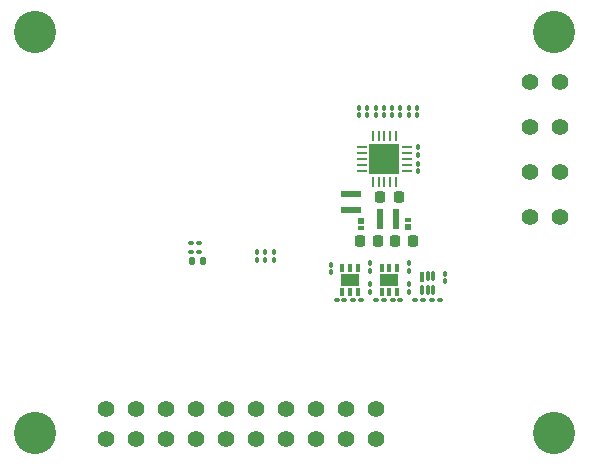
<source format=gbr>
%TF.GenerationSoftware,KiCad,Pcbnew,8.0.5*%
%TF.CreationDate,2025-10-24T05:58:17-05:00*%
%TF.ProjectId,iris-128s-adapter,69726973-2d31-4323-9873-2d6164617074,1.0.0*%
%TF.SameCoordinates,Original*%
%TF.FileFunction,Soldermask,Bot*%
%TF.FilePolarity,Negative*%
%FSLAX46Y46*%
G04 Gerber Fmt 4.6, Leading zero omitted, Abs format (unit mm)*
G04 Created by KiCad (PCBNEW 8.0.5) date 2025-10-24 05:58:17*
%MOMM*%
%LPD*%
G01*
G04 APERTURE LIST*
G04 Aperture macros list*
%AMRoundRect*
0 Rectangle with rounded corners*
0 $1 Rounding radius*
0 $2 $3 $4 $5 $6 $7 $8 $9 X,Y pos of 4 corners*
0 Add a 4 corners polygon primitive as box body*
4,1,4,$2,$3,$4,$5,$6,$7,$8,$9,$2,$3,0*
0 Add four circle primitives for the rounded corners*
1,1,$1+$1,$2,$3*
1,1,$1+$1,$4,$5*
1,1,$1+$1,$6,$7*
1,1,$1+$1,$8,$9*
0 Add four rect primitives between the rounded corners*
20,1,$1+$1,$2,$3,$4,$5,0*
20,1,$1+$1,$4,$5,$6,$7,0*
20,1,$1+$1,$6,$7,$8,$9,0*
20,1,$1+$1,$8,$9,$2,$3,0*%
G04 Aperture macros list end*
%ADD10C,3.581400*%
%ADD11C,1.422400*%
%ADD12RoundRect,0.100000X0.100000X-0.130000X0.100000X0.130000X-0.100000X0.130000X-0.100000X-0.130000X0*%
%ADD13RoundRect,0.100000X-0.130000X-0.100000X0.130000X-0.100000X0.130000X0.100000X-0.130000X0.100000X0*%
%ADD14R,0.600000X1.800000*%
%ADD15RoundRect,0.100000X-0.100000X0.130000X-0.100000X-0.130000X0.100000X-0.130000X0.100000X0.130000X0*%
%ADD16RoundRect,0.087500X-0.087500X-0.362500X0.087500X-0.362500X0.087500X0.362500X-0.087500X0.362500X0*%
%ADD17RoundRect,0.087500X-0.087500X-0.312500X0.087500X-0.312500X0.087500X0.312500X-0.087500X0.312500X0*%
%ADD18R,0.579000X0.332000*%
%ADD19R,0.579000X0.507000*%
%ADD20RoundRect,0.062500X-0.375000X-0.062500X0.375000X-0.062500X0.375000X0.062500X-0.375000X0.062500X0*%
%ADD21RoundRect,0.062500X-0.062500X-0.375000X0.062500X-0.375000X0.062500X0.375000X-0.062500X0.375000X0*%
%ADD22R,2.600000X2.600000*%
%ADD23RoundRect,0.225000X-0.225000X-0.250000X0.225000X-0.250000X0.225000X0.250000X-0.225000X0.250000X0*%
%ADD24RoundRect,0.075000X0.075000X0.275000X-0.075000X0.275000X-0.075000X-0.275000X0.075000X-0.275000X0*%
%ADD25R,1.600000X1.000000*%
%ADD26RoundRect,0.100000X0.130000X0.100000X-0.130000X0.100000X-0.130000X-0.100000X0.130000X-0.100000X0*%
%ADD27RoundRect,0.140000X0.140000X0.170000X-0.140000X0.170000X-0.140000X-0.170000X0.140000X-0.170000X0*%
%ADD28RoundRect,0.225000X0.225000X0.250000X-0.225000X0.250000X-0.225000X-0.250000X0.225000X-0.250000X0*%
%ADD29R,1.800000X0.600000*%
G04 APERTURE END LIST*
D10*
%TO.C,S6*%
X73048000Y-126952000D03*
%TD*%
%TO.C,S3*%
X116952000Y-93048000D03*
%TD*%
D11*
%TO.C,J7*%
X114919760Y-101092000D03*
X117459760Y-101092000D03*
%TD*%
D10*
%TO.C,S2*%
X73048000Y-93048000D03*
%TD*%
D11*
%TO.C,J2*%
X114919760Y-104902000D03*
X117459760Y-104902000D03*
%TD*%
%TO.C,J3*%
X114919760Y-108712000D03*
X117459760Y-108712000D03*
%TD*%
D10*
%TO.C,S7*%
X116952000Y-126952000D03*
%TD*%
D11*
%TO.C,J1*%
X114919760Y-97282000D03*
X117459760Y-97282000D03*
%TD*%
%TO.C,J5*%
X79070000Y-127460500D03*
X79070000Y-124920500D03*
X81610000Y-127460500D03*
X81610000Y-124920500D03*
X84150000Y-127460500D03*
X84150000Y-124920500D03*
X86690000Y-127460500D03*
X86690000Y-124920500D03*
X89230000Y-127460500D03*
X89230000Y-124920500D03*
X91770000Y-127460500D03*
X91770000Y-124920500D03*
X94310000Y-127460500D03*
X94310000Y-124920500D03*
X96850000Y-127460500D03*
X96850000Y-124920500D03*
X99390000Y-127460500D03*
X99390000Y-124920500D03*
X101930000Y-127460500D03*
X101930000Y-124920500D03*
%TD*%
D12*
%TO.C,C4*%
X91832760Y-112296880D03*
X91832760Y-111656880D03*
%TD*%
D13*
%TO.C,C18*%
X106669580Y-115736000D03*
X107309580Y-115736000D03*
%TD*%
D14*
%TO.C,L2*%
X102264580Y-108843620D03*
X103614580Y-108843620D03*
%TD*%
D12*
%TO.C,R11*%
X101163860Y-100077980D03*
X101163860Y-99437980D03*
%TD*%
D15*
%TO.C,C14*%
X101369460Y-112582260D03*
X101369460Y-113222260D03*
%TD*%
D12*
%TO.C,C10*%
X103266980Y-100077980D03*
X103266980Y-99437980D03*
%TD*%
D16*
%TO.C,U5*%
X105772280Y-113725920D03*
D17*
X106272280Y-113675920D03*
X106772280Y-113675920D03*
X106772280Y-114875920D03*
X106272280Y-114875920D03*
X105772280Y-114875920D03*
%TD*%
D18*
%TO.C,D2*%
X104650503Y-108960677D03*
D19*
X104650503Y-109530177D03*
%TD*%
D12*
%TO.C,R14*%
X104669240Y-100077980D03*
X104669240Y-99437980D03*
%TD*%
D20*
%TO.C,U2*%
X100679940Y-104771560D03*
X100679940Y-104271560D03*
X100679940Y-103771560D03*
X100679940Y-103271560D03*
X100679940Y-102771560D03*
D21*
X101617440Y-101834060D03*
X102117440Y-101834060D03*
X102617440Y-101834060D03*
X103117440Y-101834060D03*
X103617440Y-101834060D03*
D20*
X104554940Y-102771560D03*
X104554940Y-103271560D03*
X104554940Y-103771560D03*
X104554940Y-104271560D03*
X104554940Y-104771560D03*
D21*
X103617440Y-105709060D03*
X103117440Y-105709060D03*
X102617440Y-105709060D03*
X102117440Y-105709060D03*
X101617440Y-105709060D03*
D22*
X102617440Y-103771560D03*
%TD*%
D23*
%TO.C,C12*%
X100522480Y-110747920D03*
X102072480Y-110747920D03*
%TD*%
D24*
%TO.C,U4*%
X103672820Y-115000520D03*
X103022820Y-115000520D03*
X102372820Y-115000520D03*
X102372820Y-113000520D03*
X103022820Y-113000520D03*
X103672820Y-113000520D03*
D25*
X103022820Y-114000520D03*
%TD*%
D15*
%TO.C,C11*%
X105445700Y-102752040D03*
X105445700Y-103392040D03*
%TD*%
D12*
%TO.C,R13*%
X105370220Y-100077980D03*
X105370220Y-99437980D03*
%TD*%
%TO.C,C21*%
X104711600Y-115005020D03*
X104711600Y-114365020D03*
%TD*%
D15*
%TO.C,C9*%
X105445700Y-104154120D03*
X105445700Y-104794120D03*
%TD*%
D12*
%TO.C,C8*%
X101864240Y-100077980D03*
X101864240Y-99437980D03*
%TD*%
D26*
%TO.C,R1*%
X86904460Y-110909080D03*
X86264460Y-110909080D03*
%TD*%
D15*
%TO.C,C17*%
X98080220Y-112709260D03*
X98080220Y-113349260D03*
%TD*%
%TO.C,R10*%
X103967540Y-99437980D03*
X103967540Y-100077980D03*
%TD*%
D18*
%TO.C,D1*%
X100599280Y-109616363D03*
D19*
X100599280Y-109046863D03*
%TD*%
D24*
%TO.C,U3*%
X100338100Y-115000520D03*
X99688100Y-115000520D03*
X99038100Y-115000520D03*
X99038100Y-113000520D03*
X99688100Y-113000520D03*
X100338100Y-113000520D03*
D25*
X99688100Y-114000520D03*
%TD*%
D26*
%TO.C,R18*%
X102574740Y-115736000D03*
X101934740Y-115736000D03*
%TD*%
%TO.C,R15*%
X100636340Y-115736000D03*
X99996340Y-115736000D03*
%TD*%
D12*
%TO.C,C20*%
X101369460Y-115005020D03*
X101369460Y-114365020D03*
%TD*%
D23*
%TO.C,C13*%
X103483040Y-110747920D03*
X105033040Y-110747920D03*
%TD*%
D27*
%TO.C,C1*%
X87274460Y-112419080D03*
X86314460Y-112419080D03*
%TD*%
D15*
%TO.C,R12*%
X100462880Y-99437980D03*
X100462880Y-100077980D03*
%TD*%
D28*
%TO.C,C7*%
X103818920Y-106954880D03*
X102268920Y-106954880D03*
%TD*%
D26*
%TO.C,C19*%
X105874680Y-115736000D03*
X105234680Y-115736000D03*
%TD*%
D29*
%TO.C,L1*%
X99773877Y-108089400D03*
X99773877Y-106739400D03*
%TD*%
D15*
%TO.C,C15*%
X104711600Y-112582260D03*
X104711600Y-113222260D03*
%TD*%
%TO.C,C16*%
X107739040Y-113478880D03*
X107739040Y-114118880D03*
%TD*%
D26*
%TO.C,R16*%
X99236340Y-115736000D03*
X98596340Y-115736000D03*
%TD*%
D12*
%TO.C,C2*%
X93232760Y-112296880D03*
X93232760Y-111656880D03*
%TD*%
D15*
%TO.C,R9*%
X102565520Y-99437980D03*
X102565520Y-100077980D03*
%TD*%
D26*
%TO.C,C3*%
X86904460Y-111609080D03*
X86264460Y-111609080D03*
%TD*%
%TO.C,R17*%
X103974740Y-115736000D03*
X103334740Y-115736000D03*
%TD*%
D12*
%TO.C,C5*%
X92532760Y-112296880D03*
X92532760Y-111656880D03*
%TD*%
M02*

</source>
